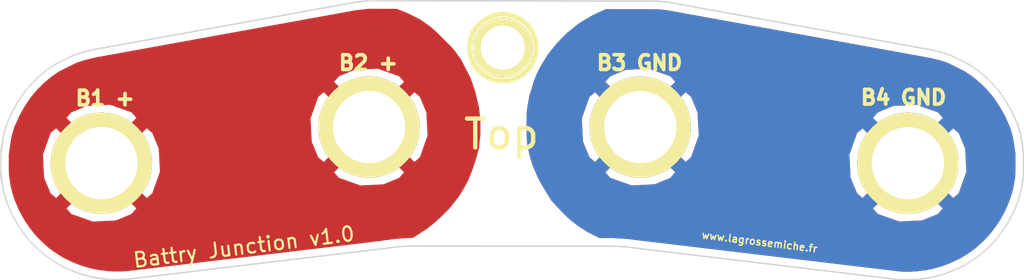
<source format=kicad_pcb>
(kicad_pcb (version 3) (host pcbnew "(2013-07-07 BZR 4022)-stable")

  (general
    (links 4)
    (no_connects 2)
    (area 65.737499 121.313 136.550001 144.05)
    (thickness 1.6)
    (drawings 115)
    (tracks 0)
    (zones 0)
    (modules 5)
    (nets 2)
  )

  (page A3)
  (layers
    (15 F.Cu signal)
    (0 B.Cu signal)
    (16 B.Adhes user hide)
    (17 F.Adhes user hide)
    (18 B.Paste user hide)
    (19 F.Paste user hide)
    (20 B.SilkS user)
    (21 F.SilkS user)
    (22 B.Mask user hide)
    (23 F.Mask user hide)
    (24 Dwgs.User user hide)
    (25 Cmts.User user hide)
    (26 Eco1.User user hide)
    (27 Eco2.User user)
    (28 Edge.Cuts user)
  )

  (setup
    (last_trace_width 0.254)
    (trace_clearance 0.254)
    (zone_clearance 0.508)
    (zone_45_only no)
    (trace_min 0.254)
    (segment_width 0.2)
    (edge_width 0.1)
    (via_size 0.889)
    (via_drill 0.635)
    (via_min_size 0.889)
    (via_min_drill 0.508)
    (uvia_size 0.508)
    (uvia_drill 0.127)
    (uvias_allowed no)
    (uvia_min_size 0.508)
    (uvia_min_drill 0.127)
    (pcb_text_width 0.3)
    (pcb_text_size 1.5 1.5)
    (mod_edge_width 0.15)
    (mod_text_size 1 1)
    (mod_text_width 0.15)
    (pad_size 3 4)
    (pad_drill 0)
    (pad_to_mask_clearance 0)
    (aux_axis_origin 72.75 133.25)
    (visible_elements 7FFFFFFF)
    (pcbplotparams
      (layerselection 284196865)
      (usegerberextensions true)
      (excludeedgelayer false)
      (linewidth 0.150000)
      (plotframeref false)
      (viasonmask false)
      (mode 1)
      (useauxorigin true)
      (hpglpennumber 1)
      (hpglpenspeed 20)
      (hpglpendiameter 15)
      (hpglpenoverlay 2)
      (psnegative false)
      (psa4output false)
      (plotreference true)
      (plotvalue true)
      (plotothertext true)
      (plotinvisibletext false)
      (padsonsilk false)
      (subtractmaskfromsilk false)
      (outputformat 1)
      (mirror false)
      (drillshape 0)
      (scaleselection 1)
      (outputdirectory gerber/))
  )

  (net 0 "")
  (net 1 GND)

  (net_class Default "This is the default net class."
    (clearance 0.254)
    (trace_width 0.254)
    (via_dia 0.889)
    (via_drill 0.635)
    (uvia_dia 0.508)
    (uvia_drill 0.127)
    (add_net "")
    (add_net GND)
  )

  (module 1pin (layer F.Cu) (tedit 53172AED) (tstamp 52583440)
    (at 91.25 130.75)
    (descr "module 1 pin (ou trou mecanique de percage)")
    (tags DEV)
    (path /5257E8D2)
    (fp_text reference "B2 +" (at -0.05 -4.45) (layer F.SilkS)
      (effects (font (size 1.016 1.016) (thickness 0.254)))
    )
    (fp_text value CONN_1 (at 0 2.794) (layer F.SilkS) hide
      (effects (font (size 1.016 1.016) (thickness 0.254)))
    )
    (fp_circle (center 0 0) (end 0 -2.286) (layer F.SilkS) (width 0.381))
    (pad 1 thru_hole circle (at 0 0) (size 7 7) (drill 5)
      (layers *.Cu *.Mask F.SilkS)
      (net 1 GND)
    )
  )

  (module 1pin (layer F.Cu) (tedit 53172AF7) (tstamp 52583446)
    (at 72.75 133.25)
    (descr "module 1 pin (ou trou mecanique de percage)")
    (tags DEV)
    (path /5257E8E1)
    (fp_text reference "B1 +" (at 0.25 -4.5) (layer F.SilkS)
      (effects (font (size 1.016 1.016) (thickness 0.254)))
    )
    (fp_text value CONN_1 (at 0 2.794) (layer F.SilkS) hide
      (effects (font (size 1.016 1.016) (thickness 0.254)))
    )
    (fp_circle (center 0 0) (end 0 -2.286) (layer F.SilkS) (width 0.381))
    (pad 1 thru_hole circle (at 0 0) (size 7 7) (drill 5)
      (layers *.Cu *.Mask F.SilkS)
      (net 1 GND)
    )
  )

  (module 1pin (layer F.Cu) (tedit 53172B1F) (tstamp 5258344C)
    (at 110 130.75)
    (descr "module 1 pin (ou trou mecanique de percage)")
    (tags DEV)
    (path /5257E8F0)
    (fp_text reference "B3 GND" (at -0.05 -4.45) (layer F.SilkS)
      (effects (font (size 1.016 1.016) (thickness 0.254)))
    )
    (fp_text value CONN_1 (at 0 2.794) (layer F.SilkS) hide
      (effects (font (size 1.016 1.016) (thickness 0.254)))
    )
    (fp_circle (center 0 0) (end 0 -2.286) (layer F.SilkS) (width 0.381))
    (pad 1 thru_hole circle (at 0 0) (size 7 7) (drill 5)
      (layers *.Cu *.Mask F.SilkS)
      (net 1 GND)
    )
  )

  (module 1pin (layer F.Cu) (tedit 53172C3C) (tstamp 52583452)
    (at 128.5 133.25)
    (descr "module 1 pin (ou trou mecanique de percage)")
    (tags DEV)
    (path /5257E8FF)
    (fp_text reference "B4 GND" (at -0.3 -4.55) (layer F.SilkS)
      (effects (font (size 1.016 1.016) (thickness 0.254)))
    )
    (fp_text value CONN_1 (at 0 2.794) (layer F.SilkS) hide
      (effects (font (size 1.016 1.016) (thickness 0.254)))
    )
    (fp_circle (center 0 0) (end 0 -2.286) (layer F.SilkS) (width 0.381))
    (pad 1 thru_hole circle (at 0 0) (size 7 7) (drill 5)
      (layers *.Cu *.Mask F.SilkS)
      (net 1 GND)
    )
  )

  (module 1pin (layer F.Cu) (tedit 531725EB) (tstamp 525834E8)
    (at 100.5 125.25)
    (descr "module 1 pin (ou trou mecanique de percage)")
    (tags DEV)
    (path /5257EBE6)
    (fp_text reference P5 (at 0 -3.048) (layer F.SilkS) hide
      (effects (font (size 1.016 1.016) (thickness 0.254)))
    )
    (fp_text value CONN_1 (at 0 2.794) (layer F.SilkS) hide
      (effects (font (size 1.016 1.016) (thickness 0.254)))
    )
    (fp_circle (center 0 0) (end 0 -2.286) (layer F.SilkS) (width 0.381))
    (pad 1 thru_hole circle (at 0 0) (size 4.064 4.064) (drill 3.048)
      (layers *.Cu *.Mask F.SilkS)
      (net 1 GND)
    )
  )

  (gr_text www.lagrossemiche.fr (at 118.25 138.7 353) (layer F.SilkS)
    (effects (font (size 0.5 0.5) (thickness 0.1)))
  )
  (gr_text "Battry Junction v1.0" (at 82.6 139.05 7) (layer F.SilkS)
    (effects (font (size 1 1) (thickness 0.15)))
  )
  (gr_text "Top\nBattry Junction v1.0\nLagrossemiche" (at 97.1 138.05) (layer Dwgs.User)
    (effects (font (size 1.5 1.5) (thickness 0.3)))
  )
  (gr_text Top (at 100.4 131.25) (layer F.SilkS)
    (effects (font (size 2 2) (thickness 0.3)))
  )
  (gr_line (start 94.14 138.99) (end 108.16 139) (angle 90) (layer Edge.Cuts) (width 0.1))
  (gr_line (start 91.125 122) (end 90.39 122.09) (angle 90) (layer Edge.Cuts) (width 0.1))
  (gr_line (start 111.15 122.025) (end 91.125 122) (angle 90) (layer Edge.Cuts) (width 0.1))
  (gr_line (start 90.3875 122.0875) (end 72.1875 125.3875) (angle 90) (layer Edge.Cuts) (width 0.1) (tstamp 5317020E))
  (gr_line (start 72.1875 125.3875) (end 71.3875 125.5875) (angle 90) (layer Edge.Cuts) (width 0.1) (tstamp 5317020D))
  (gr_line (start 71.3875 125.5875) (end 70.7875 125.7875) (angle 90) (layer Edge.Cuts) (width 0.1) (tstamp 5317020C))
  (gr_line (start 70.7875 125.7875) (end 70.1875 126.0875) (angle 90) (layer Edge.Cuts) (width 0.1) (tstamp 5317020B))
  (gr_line (start 70.1875 126.0875) (end 69.5875 126.3875) (angle 90) (layer Edge.Cuts) (width 0.1) (tstamp 5317020A))
  (gr_line (start 69.5875 126.3875) (end 68.9875 126.7875) (angle 90) (layer Edge.Cuts) (width 0.1) (tstamp 53170209))
  (gr_line (start 68.9875 126.7875) (end 68.3875 127.2875) (angle 90) (layer Edge.Cuts) (width 0.1) (tstamp 53170208))
  (gr_line (start 68.3875 127.2875) (end 67.8875 127.7875) (angle 90) (layer Edge.Cuts) (width 0.1) (tstamp 53170207))
  (gr_line (start 67.8875 127.7875) (end 67.3875 128.3875) (angle 90) (layer Edge.Cuts) (width 0.1) (tstamp 53170206))
  (gr_line (start 67.3875 128.3875) (end 66.9875 128.9875) (angle 90) (layer Edge.Cuts) (width 0.1) (tstamp 53170205))
  (gr_line (start 66.9875 128.9875) (end 66.5875 129.6875) (angle 90) (layer Edge.Cuts) (width 0.1) (tstamp 53170204))
  (gr_line (start 66.5875 129.6875) (end 66.1875 130.5875) (angle 90) (layer Edge.Cuts) (width 0.1) (tstamp 53170203))
  (gr_line (start 66.1875 130.5875) (end 65.9875 131.2875) (angle 90) (layer Edge.Cuts) (width 0.1) (tstamp 53170202))
  (gr_line (start 65.9875 131.2875) (end 65.8875 131.8875) (angle 90) (layer Edge.Cuts) (width 0.1) (tstamp 53170201))
  (gr_line (start 65.8875 131.8875) (end 65.7875 132.5875) (angle 90) (layer Edge.Cuts) (width 0.1) (tstamp 53170200))
  (gr_line (start 65.7875 132.5875) (end 65.7875 133.7875) (angle 90) (layer Edge.Cuts) (width 0.1) (tstamp 531701FF))
  (gr_line (start 65.7875 133.7875) (end 65.8125 134.2375) (angle 90) (layer Edge.Cuts) (width 0.1) (tstamp 531701FE))
  (gr_line (start 65.8125 134.2375) (end 65.8625 134.5625) (angle 90) (layer Edge.Cuts) (width 0.1) (tstamp 531701FD))
  (gr_line (start 65.8625 134.5625) (end 65.9125 134.8625) (angle 90) (layer Edge.Cuts) (width 0.1) (tstamp 531701FC))
  (gr_line (start 65.9125 134.8625) (end 65.9875 135.2125) (angle 90) (layer Edge.Cuts) (width 0.1) (tstamp 531701FB))
  (gr_line (start 65.9875 135.2125) (end 66.0625 135.4875) (angle 90) (layer Edge.Cuts) (width 0.1) (tstamp 531701FA))
  (gr_line (start 66.0625 135.4875) (end 66.1875 135.8875) (angle 90) (layer Edge.Cuts) (width 0.1) (tstamp 531701F9))
  (gr_line (start 66.1875 135.8875) (end 66.3125 136.2125) (angle 90) (layer Edge.Cuts) (width 0.1) (tstamp 531701F8))
  (gr_line (start 66.3125 136.2125) (end 66.3875 136.3875) (angle 90) (layer Edge.Cuts) (width 0.1) (tstamp 531701F7))
  (gr_line (start 66.3875 136.3875) (end 66.5375 136.7375) (angle 90) (layer Edge.Cuts) (width 0.1) (tstamp 531701F6))
  (gr_line (start 66.5375 136.7375) (end 66.7375 137.1125) (angle 90) (layer Edge.Cuts) (width 0.1) (tstamp 531701F5))
  (gr_line (start 66.7375 137.1125) (end 66.8625 137.3375) (angle 90) (layer Edge.Cuts) (width 0.1) (tstamp 531701F4))
  (gr_line (start 66.8625 137.3375) (end 67.0125 137.5875) (angle 90) (layer Edge.Cuts) (width 0.1) (tstamp 531701F3))
  (gr_line (start 67.0125 137.5875) (end 67.1875 137.8375) (angle 90) (layer Edge.Cuts) (width 0.1) (tstamp 531701F2))
  (gr_line (start 67.1875 137.8375) (end 67.2875 137.9875) (angle 90) (layer Edge.Cuts) (width 0.1) (tstamp 531701F1))
  (gr_line (start 67.2875 137.9875) (end 67.4375 138.1875) (angle 90) (layer Edge.Cuts) (width 0.1) (tstamp 531701F0))
  (gr_line (start 67.4375 138.1875) (end 67.6625 138.4875) (angle 90) (layer Edge.Cuts) (width 0.1) (tstamp 531701EF))
  (gr_line (start 67.6625 138.4875) (end 67.9875 138.8375) (angle 90) (layer Edge.Cuts) (width 0.1) (tstamp 531701EE))
  (gr_line (start 67.9875 138.8375) (end 68.2375 139.0875) (angle 90) (layer Edge.Cuts) (width 0.1) (tstamp 531701ED))
  (gr_line (start 68.2375 139.0875) (end 68.5125 139.3375) (angle 90) (layer Edge.Cuts) (width 0.1) (tstamp 531701EC))
  (gr_line (start 68.5125 139.3375) (end 68.7875 139.5875) (angle 90) (layer Edge.Cuts) (width 0.1) (tstamp 531701EB))
  (gr_line (start 68.7875 139.5875) (end 69.2125 139.8875) (angle 90) (layer Edge.Cuts) (width 0.1) (tstamp 531701EA))
  (gr_line (start 69.2125 139.8875) (end 69.5125 140.0875) (angle 90) (layer Edge.Cuts) (width 0.1) (tstamp 531701E9))
  (gr_line (start 69.5125 140.0875) (end 69.8875 140.3125) (angle 90) (layer Edge.Cuts) (width 0.1) (tstamp 531701E8))
  (gr_line (start 69.8875 140.3125) (end 70.2375 140.4875) (angle 90) (layer Edge.Cuts) (width 0.1) (tstamp 531701E7))
  (gr_line (start 70.2375 140.4875) (end 70.6875 140.6875) (angle 90) (layer Edge.Cuts) (width 0.1) (tstamp 531701E6))
  (gr_line (start 70.6875 140.6875) (end 71.1375 140.8625) (angle 90) (layer Edge.Cuts) (width 0.1) (tstamp 531701E5))
  (gr_line (start 71.1375 140.8625) (end 71.5375 140.9875) (angle 90) (layer Edge.Cuts) (width 0.1) (tstamp 531701E4))
  (gr_line (start 71.5375 140.9875) (end 72.0125 141.1125) (angle 90) (layer Edge.Cuts) (width 0.1) (tstamp 531701E3))
  (gr_line (start 72.0125 141.1125) (end 72.3875 141.1875) (angle 90) (layer Edge.Cuts) (width 0.1) (tstamp 531701E2))
  (gr_line (start 72.3875 141.1875) (end 72.7375 141.2375) (angle 90) (layer Edge.Cuts) (width 0.1) (tstamp 531701E1))
  (gr_line (start 72.7375 141.2375) (end 73.1625 141.2875) (angle 90) (layer Edge.Cuts) (width 0.1) (tstamp 531701E0))
  (gr_line (start 73.1625 141.2875) (end 73.5875 141.3125) (angle 90) (layer Edge.Cuts) (width 0.1) (tstamp 531701DF))
  (gr_line (start 73.5875 141.3125) (end 74.1125 141.3125) (angle 90) (layer Edge.Cuts) (width 0.1) (tstamp 531701DE))
  (gr_line (start 74.1125 141.3125) (end 74.5375 141.2875) (angle 90) (layer Edge.Cuts) (width 0.1) (tstamp 531701DD))
  (gr_line (start 74.5375 141.2875) (end 92.2625 139.1625) (angle 90) (layer Edge.Cuts) (width 0.1) (tstamp 531701DC))
  (gr_line (start 92.2625 139.1625) (end 93.2625 139.0375) (angle 90) (layer Edge.Cuts) (width 0.1) (tstamp 531701DB))
  (gr_line (start 93.2625 139.0375) (end 94.1375 138.9875) (angle 90) (layer Edge.Cuts) (width 0.1) (tstamp 531701DA))
  (gr_line (start 111.925 122.1) (end 111.15 122.025) (angle 90) (layer Edge.Cuts) (width 0.1))
  (gr_line (start 109.025 139.05) (end 108.15 139) (angle 90) (layer Edge.Cuts) (width 0.1))
  (gr_line (start 110.025 139.175) (end 109.025 139.05) (angle 90) (layer Edge.Cuts) (width 0.1))
  (gr_line (start 127.75 141.3) (end 110.025 139.175) (angle 90) (layer Edge.Cuts) (width 0.1))
  (gr_line (start 128.175 141.325) (end 127.75 141.3) (angle 90) (layer Edge.Cuts) (width 0.1))
  (gr_line (start 128.7 141.325) (end 128.175 141.325) (angle 90) (layer Edge.Cuts) (width 0.1))
  (gr_line (start 129.125 141.3) (end 128.7 141.325) (angle 90) (layer Edge.Cuts) (width 0.1))
  (gr_line (start 129.55 141.25) (end 129.125 141.3) (angle 90) (layer Edge.Cuts) (width 0.1))
  (gr_line (start 129.9 141.2) (end 129.55 141.25) (angle 90) (layer Edge.Cuts) (width 0.1))
  (gr_line (start 130.275 141.125) (end 129.9 141.2) (angle 90) (layer Edge.Cuts) (width 0.1))
  (gr_line (start 130.75 141) (end 130.275 141.125) (angle 90) (layer Edge.Cuts) (width 0.1))
  (gr_line (start 131.15 140.875) (end 130.75 141) (angle 90) (layer Edge.Cuts) (width 0.1))
  (gr_line (start 131.6 140.7) (end 131.15 140.875) (angle 90) (layer Edge.Cuts) (width 0.1))
  (gr_line (start 132.05 140.5) (end 131.6 140.7) (angle 90) (layer Edge.Cuts) (width 0.1))
  (gr_line (start 132.4 140.325) (end 132.05 140.5) (angle 90) (layer Edge.Cuts) (width 0.1))
  (gr_line (start 132.775 140.1) (end 132.4 140.325) (angle 90) (layer Edge.Cuts) (width 0.1))
  (gr_line (start 133.075 139.9) (end 132.775 140.1) (angle 90) (layer Edge.Cuts) (width 0.1))
  (gr_line (start 133.5 139.6) (end 133.075 139.9) (angle 90) (layer Edge.Cuts) (width 0.1))
  (gr_line (start 133.775 139.35) (end 133.5 139.6) (angle 90) (layer Edge.Cuts) (width 0.1))
  (gr_line (start 134.05 139.1) (end 133.775 139.35) (angle 90) (layer Edge.Cuts) (width 0.1))
  (gr_line (start 134.3 138.85) (end 134.05 139.1) (angle 90) (layer Edge.Cuts) (width 0.1))
  (gr_line (start 134.625 138.5) (end 134.3 138.85) (angle 90) (layer Edge.Cuts) (width 0.1))
  (gr_line (start 134.85 138.2) (end 134.625 138.5) (angle 90) (layer Edge.Cuts) (width 0.1))
  (gr_line (start 135 138) (end 134.85 138.2) (angle 90) (layer Edge.Cuts) (width 0.1))
  (gr_line (start 135.1 137.85) (end 135 138) (angle 90) (layer Edge.Cuts) (width 0.1))
  (gr_line (start 135.275 137.6) (end 135.1 137.85) (angle 90) (layer Edge.Cuts) (width 0.1))
  (gr_line (start 135.425 137.35) (end 135.275 137.6) (angle 90) (layer Edge.Cuts) (width 0.1))
  (gr_line (start 135.55 137.125) (end 135.425 137.35) (angle 90) (layer Edge.Cuts) (width 0.1))
  (gr_line (start 135.75 136.75) (end 135.55 137.125) (angle 90) (layer Edge.Cuts) (width 0.1))
  (gr_line (start 135.9 136.4) (end 135.75 136.75) (angle 90) (layer Edge.Cuts) (width 0.1))
  (gr_line (start 135.975 136.225) (end 135.9 136.4) (angle 90) (layer Edge.Cuts) (width 0.1))
  (gr_line (start 136.1 135.9) (end 135.975 136.225) (angle 90) (layer Edge.Cuts) (width 0.1))
  (gr_line (start 136.225 135.5) (end 136.1 135.9) (angle 90) (layer Edge.Cuts) (width 0.1))
  (gr_line (start 136.3 135.225) (end 136.225 135.5) (angle 90) (layer Edge.Cuts) (width 0.1))
  (gr_line (start 136.375 134.875) (end 136.3 135.225) (angle 90) (layer Edge.Cuts) (width 0.1))
  (gr_line (start 136.425 134.575) (end 136.375 134.875) (angle 90) (layer Edge.Cuts) (width 0.1))
  (gr_line (start 136.475 134.25) (end 136.425 134.575) (angle 90) (layer Edge.Cuts) (width 0.1))
  (gr_line (start 136.5 133.8) (end 136.475 134.25) (angle 90) (layer Edge.Cuts) (width 0.1))
  (gr_line (start 136.5 132.6) (end 136.5 133.8) (angle 90) (layer Edge.Cuts) (width 0.1))
  (gr_line (start 136.4 131.9) (end 136.5 132.6) (angle 90) (layer Edge.Cuts) (width 0.1))
  (gr_line (start 136.3 131.3) (end 136.4 131.9) (angle 90) (layer Edge.Cuts) (width 0.1))
  (gr_line (start 136.1 130.6) (end 136.3 131.3) (angle 90) (layer Edge.Cuts) (width 0.1))
  (gr_line (start 135.7 129.7) (end 136.1 130.6) (angle 90) (layer Edge.Cuts) (width 0.1))
  (gr_line (start 135.3 129) (end 135.7 129.7) (angle 90) (layer Edge.Cuts) (width 0.1))
  (gr_line (start 134.9 128.4) (end 135.3 129) (angle 90) (layer Edge.Cuts) (width 0.1))
  (gr_line (start 134.4 127.8) (end 134.9 128.4) (angle 90) (layer Edge.Cuts) (width 0.1))
  (gr_line (start 133.9 127.3) (end 134.4 127.8) (angle 90) (layer Edge.Cuts) (width 0.1))
  (gr_line (start 133.3 126.8) (end 133.9 127.3) (angle 90) (layer Edge.Cuts) (width 0.1))
  (gr_line (start 132.7 126.4) (end 133.3 126.8) (angle 90) (layer Edge.Cuts) (width 0.1))
  (gr_line (start 132.1 126.1) (end 132.7 126.4) (angle 90) (layer Edge.Cuts) (width 0.1))
  (gr_line (start 131.5 125.8) (end 132.1 126.1) (angle 90) (layer Edge.Cuts) (width 0.1))
  (gr_line (start 130.9 125.6) (end 131.5 125.8) (angle 90) (layer Edge.Cuts) (width 0.1))
  (gr_line (start 130.1 125.4) (end 130.9 125.6) (angle 90) (layer Edge.Cuts) (width 0.1))
  (gr_line (start 111.9 122.1) (end 130.1 125.4) (angle 90) (layer Edge.Cuts) (width 0.1))
  (gr_circle (center 110 130.7) (end 110.6 135.7) (layer Dwgs.User) (width 0.2))

  (zone (net 1) (net_name GND) (layer F.Cu) (tstamp 53172166) (hatch edge 0.508)
    (connect_pads (clearance 0.508))
    (min_thickness 0.254)
    (fill (arc_segments 16) (thermal_gap 0.508) (thermal_bridge_width 1.016))
    (polygon
      (pts
        (xy 110.54 122) (xy 109.44 122.11) (xy 108.8 122.22) (xy 108.07 122.42) (xy 107.58 122.6)
        (xy 107.18 122.78) (xy 106.72 123) (xy 106.23 123.28) (xy 105.69 123.62) (xy 104.87 124.29)
        (xy 104.59 124.58) (xy 104.28 124.9) (xy 104.06 125.16) (xy 103.62 125.71) (xy 103.35 126.14)
        (xy 103.06 126.63) (xy 102.86 127.04) (xy 102.64 127.57) (xy 102.48 128.13) (xy 102.34 128.56)
        (xy 102.26 128.99) (xy 102.19 129.42) (xy 102.14 129.91) (xy 102.13 130.6) (xy 102.14 131.34)
        (xy 102.19 131.94) (xy 102.26 132.31) (xy 102.33 132.63) (xy 102.43 132.99) (xy 102.54 133.34)
        (xy 102.7 133.73) (xy 102.9 134.21) (xy 103.06 134.53) (xy 103.26 134.87) (xy 103.63 135.48)
        (xy 103.85 135.83) (xy 104.14 136.15) (xy 104.5 136.54) (xy 104.9 136.94) (xy 105.28 137.28)
        (xy 105.73 137.62) (xy 106.34 138.01) (xy 106.99 138.34) (xy 107.53 138.6) (xy 108.07 138.82)
        (xy 108.53 138.97) (xy 108.95 139.02) (xy 109.64 139.13) (xy 128.23 141.34) (xy 129.31 141.3)
        (xy 129.98 141.18) (xy 130.8 141) (xy 131.35 140.8) (xy 131.94 140.56) (xy 132.47 140.29)
        (xy 132.93 140) (xy 133.34 139.72) (xy 133.62 139.49) (xy 133.97 139.19) (xy 134.28 138.87)
        (xy 134.51 138.64) (xy 134.73 138.39) (xy 134.94 138.08) (xy 135.3 137.58) (xy 135.51 137.2)
        (xy 135.69 136.86) (xy 135.94 136.33) (xy 136.16 135.72) (xy 136.31 135.21) (xy 136.37 134.89)
        (xy 136.43 134.59) (xy 136.48 134.21) (xy 136.5 133.85) (xy 136.51 133.52) (xy 136.5 132.58)
        (xy 136.44 132.18) (xy 136.32 131.35) (xy 136.02 130.41) (xy 135.67 129.63) (xy 135.3 129)
        (xy 134.89 128.38) (xy 134.16 127.55) (xy 133.7 127.11) (xy 133.3 126.8) (xy 132.74 126.42)
        (xy 131.71 125.91) (xy 131.37 125.75) (xy 130.7 125.54) (xy 130.21 125.42) (xy 129.95 125.38)
        (xy 129.3 125.25) (xy 111.95 122.11) (xy 111.23 122.03) (xy 110.65 122.01)
      )
    )
    (filled_polygon
      (pts
        (xy 135.815 133.7837) (xy 135.793058 134.176155) (xy 135.747882 134.471386) (xy 135.74791 134.472023) (xy 135.70184 134.747324)
        (xy 135.633389 135.066618) (xy 135.565169 135.315988) (xy 135.453867 135.671151) (xy 135.340167 135.967351) (xy 135.270392 136.13015)
        (xy 135.270381 136.130199) (xy 135.130996 136.455407) (xy 134.945743 136.802357) (xy 134.945606 136.802806) (xy 134.829287 137.011789)
        (xy 134.699845 137.227217) (xy 134.538881 137.4571) (xy 134.535663 137.464413) (xy 134.530137 137.469949) (xy 134.439421 137.605971)
        (xy 134.302216 137.788712) (xy 134.301778 137.789623) (xy 134.097759 138.06135) (xy 133.806746 138.374517) (xy 133.579611 138.601652)
        (xy 133.31462 138.842775) (xy 133.313871 138.843227) (xy 133.069462 139.065621) (xy 132.68944 139.333698) (xy 132.671689 139.345536)
        (xy 132.671689 133.859708) (xy 132.587463 132.21686) (xy 132.120813 131.090267) (xy 131.625645 130.66317) (xy 131.08683 131.201985)
        (xy 131.08683 130.124355) (xy 130.659733 129.629187) (xy 129.109708 129.078311) (xy 127.46686 129.162537) (xy 126.340267 129.629187)
        (xy 125.91317 130.124355) (xy 128.5 132.711185) (xy 131.08683 130.124355) (xy 131.08683 131.201985) (xy 129.038815 133.25)
        (xy 131.625645 135.83683) (xy 132.120813 135.409733) (xy 132.671689 133.859708) (xy 132.671689 139.345536) (xy 132.413253 139.517892)
        (xy 132.072423 139.722683) (xy 131.763532 139.877365) (xy 131.344213 140.064057) (xy 131.08683 140.164406) (xy 131.08683 136.375645)
        (xy 128.5 133.788815) (xy 127.961185 134.32763) (xy 127.961185 133.25) (xy 125.374355 130.66317) (xy 124.879187 131.090267)
        (xy 124.328311 132.640292) (xy 124.412537 134.28314) (xy 124.879187 135.409733) (xy 125.374355 135.83683) (xy 127.961185 133.25)
        (xy 127.961185 134.32763) (xy 125.91317 136.375645) (xy 126.340267 136.870813) (xy 127.890292 137.421689) (xy 129.53314 137.337463)
        (xy 130.659733 136.870813) (xy 131.08683 136.375645) (xy 131.08683 140.164406) (xy 130.92751 140.226523) (xy 130.552982 140.343892)
        (xy 130.119768 140.457544) (xy 129.781274 140.525182) (xy 129.458804 140.571076) (xy 129.068975 140.61687) (xy 128.679674 140.64)
        (xy 128.191135 140.64) (xy 127.87048 140.62095) (xy 127.832452 140.608557) (xy 114.171689 138.979609) (xy 114.171689 131.359708)
        (xy 114.087463 129.71686) (xy 113.620813 128.590267) (xy 113.125645 128.16317) (xy 112.58683 128.701985) (xy 112.58683 127.624355)
        (xy 112.159733 127.129187) (xy 110.609708 126.578311) (xy 108.96686 126.662537) (xy 107.840267 127.129187) (xy 107.41317 127.624355)
        (xy 110 130.211185) (xy 112.58683 127.624355) (xy 112.58683 128.701985) (xy 110.538815 130.75) (xy 113.125645 133.33683)
        (xy 113.620813 132.909733) (xy 114.171689 131.359708) (xy 114.171689 138.979609) (xy 112.58683 138.790626) (xy 112.58683 133.875645)
        (xy 110 131.288815) (xy 109.461185 131.82763) (xy 109.461185 130.75) (xy 106.874355 128.16317) (xy 106.379187 128.590267)
        (xy 105.828311 130.140292) (xy 105.912537 131.78314) (xy 106.379187 132.909733) (xy 106.874355 133.33683) (xy 109.461185 130.75)
        (xy 109.461185 131.82763) (xy 107.41317 133.875645) (xy 107.840267 134.370813) (xy 109.390292 134.921689) (xy 111.03314 134.837463)
        (xy 112.159733 134.370813) (xy 112.58683 133.875645) (xy 112.58683 138.790626) (xy 110.111763 138.495493) (xy 110.109721 138.494816)
        (xy 109.109667 138.370253) (xy 109.085332 138.372018) (xy 109.064405 138.366587) (xy 108.226827 138.318292) (xy 108.160003 138.305)
        (xy 107.210058 138.305) (xy 107.046299 138.226153) (xy 106.403106 137.899608) (xy 105.802596 137.515676) (xy 105.36076 137.181844)
        (xy 104.98731 136.847705) (xy 104.591598 136.451993) (xy 104.233715 136.064286) (xy 103.951591 135.752977) (xy 103.738061 135.413271)
        (xy 103.369031 134.804869) (xy 103.171658 134.469336) (xy 103.015548 134.157116) (xy 102.817364 133.681475) (xy 102.659542 133.296782)
        (xy 102.551796 132.953955) (xy 102.453312 132.599411) (xy 102.384451 132.284621) (xy 102.316013 131.922876) (xy 102.266929 131.333861)
        (xy 102.257012 130.600062) (xy 102.266906 129.91738) (xy 102.315959 129.436664) (xy 102.38512 129.01182) (xy 102.463336 128.591408)
        (xy 102.601477 128.167116) (xy 102.760103 127.611928) (xy 102.975825 127.092232) (xy 103.1719 126.69028) (xy 103.458443 126.206121)
        (xy 103.7237 125.783675) (xy 104.158079 125.240701) (xy 104.37419 124.985297) (xy 104.68129 124.66829) (xy 104.956159 124.383605)
        (xy 105.764293 123.7233) (xy 106.295368 123.388919) (xy 106.778981 123.112569) (xy 107.233463 122.895208) (xy 107.628014 122.71766)
        (xy 107.63846 122.713822) (xy 111.148789 122.719949) (xy 111.172299 122.715315) (xy 111.776283 122.773472) (xy 111.77752 122.773961)
        (xy 129.976202 126.081222) (xy 129.999208 126.08084) (xy 130.702291 126.256138) (xy 131.234769 126.433269) (xy 131.793102 126.712861)
        (xy 131.79512 126.713415) (xy 132.358036 126.995301) (xy 132.890469 127.350389) (xy 133.437033 127.805769) (xy 133.893642 128.262379)
        (xy 134.350757 128.811026) (xy 134.715951 129.358611) (xy 135.090674 130.01557) (xy 135.45324 130.829906) (xy 135.631568 131.455931)
        (xy 135.721883 131.995625) (xy 135.721834 131.996517) (xy 135.815 132.651136) (xy 135.815 133.7837)
      )
    )
  )
  (zone (net 1) (net_name GND) (layer B.Cu) (tstamp 53172166) (hatch edge 0.508)
    (connect_pads (clearance 0.508))
    (min_thickness 0.254)
    (fill (arc_segments 16) (thermal_gap 0.508) (thermal_bridge_width 1.016))
    (polygon
      (pts
        (xy 110.54 122) (xy 109.44 122.11) (xy 108.8 122.22) (xy 108.07 122.42) (xy 107.58 122.6)
        (xy 107.18 122.78) (xy 106.72 123) (xy 106.23 123.28) (xy 105.69 123.62) (xy 104.87 124.29)
        (xy 104.59 124.58) (xy 104.28 124.9) (xy 104.06 125.16) (xy 103.62 125.71) (xy 103.35 126.14)
        (xy 103.06 126.63) (xy 102.86 127.04) (xy 102.64 127.57) (xy 102.48 128.13) (xy 102.34 128.56)
        (xy 102.26 128.99) (xy 102.19 129.42) (xy 102.14 129.91) (xy 102.13 130.6) (xy 102.14 131.34)
        (xy 102.19 131.94) (xy 102.26 132.31) (xy 102.33 132.63) (xy 102.43 132.99) (xy 102.54 133.34)
        (xy 102.7 133.73) (xy 102.9 134.21) (xy 103.06 134.53) (xy 103.26 134.87) (xy 103.63 135.48)
        (xy 103.85 135.83) (xy 104.14 136.15) (xy 104.5 136.54) (xy 104.9 136.94) (xy 105.28 137.28)
        (xy 105.73 137.62) (xy 106.34 138.01) (xy 106.99 138.34) (xy 107.53 138.6) (xy 108.07 138.82)
        (xy 108.53 138.97) (xy 108.95 139.02) (xy 109.64 139.13) (xy 128.23 141.34) (xy 129.31 141.3)
        (xy 129.98 141.18) (xy 130.8 141) (xy 131.35 140.8) (xy 131.94 140.56) (xy 132.47 140.29)
        (xy 132.93 140) (xy 133.34 139.72) (xy 133.62 139.49) (xy 133.97 139.19) (xy 134.28 138.87)
        (xy 134.51 138.64) (xy 134.73 138.39) (xy 134.94 138.08) (xy 135.3 137.58) (xy 135.51 137.2)
        (xy 135.69 136.86) (xy 135.94 136.33) (xy 136.16 135.72) (xy 136.31 135.21) (xy 136.37 134.89)
        (xy 136.43 134.59) (xy 136.48 134.21) (xy 136.5 133.85) (xy 136.51 133.52) (xy 136.5 132.58)
        (xy 136.44 132.18) (xy 136.32 131.35) (xy 136.02 130.41) (xy 135.67 129.63) (xy 135.3 129)
        (xy 134.89 128.38) (xy 134.16 127.55) (xy 133.7 127.11) (xy 133.3 126.8) (xy 132.74 126.42)
        (xy 131.71 125.91) (xy 131.37 125.75) (xy 130.7 125.54) (xy 130.21 125.42) (xy 129.95 125.38)
        (xy 129.3 125.25) (xy 111.95 122.11) (xy 111.23 122.03) (xy 110.65 122.01)
      )
    )
    (filled_polygon
      (pts
        (xy 135.815 133.7837) (xy 135.793058 134.176155) (xy 135.747882 134.471386) (xy 135.74791 134.472023) (xy 135.70184 134.747324)
        (xy 135.633389 135.066618) (xy 135.565169 135.315988) (xy 135.453867 135.671151) (xy 135.340167 135.967351) (xy 135.270392 136.13015)
        (xy 135.270381 136.130199) (xy 135.130996 136.455407) (xy 134.945743 136.802357) (xy 134.945606 136.802806) (xy 134.829287 137.011789)
        (xy 134.699845 137.227217) (xy 134.538881 137.4571) (xy 134.535663 137.464413) (xy 134.530137 137.469949) (xy 134.439421 137.605971)
        (xy 134.302216 137.788712) (xy 134.301778 137.789623) (xy 134.097759 138.06135) (xy 133.806746 138.374517) (xy 133.579611 138.601652)
        (xy 133.31462 138.842775) (xy 133.313871 138.843227) (xy 133.069462 139.065621) (xy 132.68944 139.333698) (xy 132.671689 139.345536)
        (xy 132.671689 133.859708) (xy 132.587463 132.21686) (xy 132.120813 131.090267) (xy 131.625645 130.66317) (xy 131.08683 131.201985)
        (xy 131.08683 130.124355) (xy 130.659733 129.629187) (xy 129.109708 129.078311) (xy 127.46686 129.162537) (xy 126.340267 129.629187)
        (xy 125.91317 130.124355) (xy 128.5 132.711185) (xy 131.08683 130.124355) (xy 131.08683 131.201985) (xy 129.038815 133.25)
        (xy 131.625645 135.83683) (xy 132.120813 135.409733) (xy 132.671689 133.859708) (xy 132.671689 139.345536) (xy 132.413253 139.517892)
        (xy 132.072423 139.722683) (xy 131.763532 139.877365) (xy 131.344213 140.064057) (xy 131.08683 140.164406) (xy 131.08683 136.375645)
        (xy 128.5 133.788815) (xy 127.961185 134.32763) (xy 127.961185 133.25) (xy 125.374355 130.66317) (xy 124.879187 131.090267)
        (xy 124.328311 132.640292) (xy 124.412537 134.28314) (xy 124.879187 135.409733) (xy 125.374355 135.83683) (xy 127.961185 133.25)
        (xy 127.961185 134.32763) (xy 125.91317 136.375645) (xy 126.340267 136.870813) (xy 127.890292 137.421689) (xy 129.53314 137.337463)
        (xy 130.659733 136.870813) (xy 131.08683 136.375645) (xy 131.08683 140.164406) (xy 130.92751 140.226523) (xy 130.552982 140.343892)
        (xy 130.119768 140.457544) (xy 129.781274 140.525182) (xy 129.458804 140.571076) (xy 129.068975 140.61687) (xy 128.679674 140.64)
        (xy 128.191135 140.64) (xy 127.87048 140.62095) (xy 127.832452 140.608557) (xy 114.171689 138.979609) (xy 114.171689 131.359708)
        (xy 114.087463 129.71686) (xy 113.620813 128.590267) (xy 113.125645 128.16317) (xy 112.58683 128.701985) (xy 112.58683 127.624355)
        (xy 112.159733 127.129187) (xy 110.609708 126.578311) (xy 108.96686 126.662537) (xy 107.840267 127.129187) (xy 107.41317 127.624355)
        (xy 110 130.211185) (xy 112.58683 127.624355) (xy 112.58683 128.701985) (xy 110.538815 130.75) (xy 113.125645 133.33683)
        (xy 113.620813 132.909733) (xy 114.171689 131.359708) (xy 114.171689 138.979609) (xy 112.58683 138.790626) (xy 112.58683 133.875645)
        (xy 110 131.288815) (xy 109.461185 131.82763) (xy 109.461185 130.75) (xy 106.874355 128.16317) (xy 106.379187 128.590267)
        (xy 105.828311 130.140292) (xy 105.912537 131.78314) (xy 106.379187 132.909733) (xy 106.874355 133.33683) (xy 109.461185 130.75)
        (xy 109.461185 131.82763) (xy 107.41317 133.875645) (xy 107.840267 134.370813) (xy 109.390292 134.921689) (xy 111.03314 134.837463)
        (xy 112.159733 134.370813) (xy 112.58683 133.875645) (xy 112.58683 138.790626) (xy 110.111763 138.495493) (xy 110.109721 138.494816)
        (xy 109.109667 138.370253) (xy 109.085332 138.372018) (xy 109.064405 138.366587) (xy 108.226827 138.318292) (xy 108.160003 138.305)
        (xy 107.210058 138.305) (xy 107.046299 138.226153) (xy 106.403106 137.899608) (xy 105.802596 137.515676) (xy 105.36076 137.181844)
        (xy 104.98731 136.847705) (xy 104.591598 136.451993) (xy 104.233715 136.064286) (xy 103.951591 135.752977) (xy 103.738061 135.413271)
        (xy 103.369031 134.804869) (xy 103.171658 134.469336) (xy 103.015548 134.157116) (xy 102.817364 133.681475) (xy 102.659542 133.296782)
        (xy 102.551796 132.953955) (xy 102.453312 132.599411) (xy 102.384451 132.284621) (xy 102.316013 131.922876) (xy 102.266929 131.333861)
        (xy 102.257012 130.600062) (xy 102.266906 129.91738) (xy 102.315959 129.436664) (xy 102.38512 129.01182) (xy 102.463336 128.591408)
        (xy 102.601477 128.167116) (xy 102.760103 127.611928) (xy 102.975825 127.092232) (xy 103.1719 126.69028) (xy 103.458443 126.206121)
        (xy 103.7237 125.783675) (xy 104.158079 125.240701) (xy 104.37419 124.985297) (xy 104.68129 124.66829) (xy 104.956159 124.383605)
        (xy 105.764293 123.7233) (xy 106.295368 123.388919) (xy 106.778981 123.112569) (xy 107.233463 122.895208) (xy 107.628014 122.71766)
        (xy 107.63846 122.713822) (xy 111.148789 122.719949) (xy 111.172299 122.715315) (xy 111.776283 122.773472) (xy 111.77752 122.773961)
        (xy 129.976202 126.081222) (xy 129.999208 126.08084) (xy 130.702291 126.256138) (xy 131.234769 126.433269) (xy 131.793102 126.712861)
        (xy 131.79512 126.713415) (xy 132.358036 126.995301) (xy 132.890469 127.350389) (xy 133.437033 127.805769) (xy 133.893642 128.262379)
        (xy 134.350757 128.811026) (xy 134.715951 129.358611) (xy 135.090674 130.01557) (xy 135.45324 130.829906) (xy 135.631568 131.455931)
        (xy 135.721883 131.995625) (xy 135.721834 131.996517) (xy 135.815 132.651136) (xy 135.815 133.7837)
      )
    )
  )
  (zone (net 1) (net_name GND) (layer F.Cu) (tstamp 53172492) (hatch edge 0.508)
    (connect_pads (clearance 0.508))
    (min_thickness 0.254)
    (fill (arc_segments 16) (thermal_gap 0.508) (thermal_bridge_width 1.016))
    (polygon
      (pts
        (xy 98.95 131.25) (xy 98.85 132.2) (xy 98.65 132.95) (xy 98.35 133.85) (xy 98.1 134.45)
        (xy 97.75 135.1) (xy 97.4 135.65) (xy 96.8 136.4) (xy 96.25 136.95) (xy 95.75 137.4)
        (xy 95.25 137.8) (xy 94.4 138.35) (xy 93.4 138.95) (xy 93.295808 139.019461) (xy 88.3 139.65)
        (xy 88.300183 139.650825) (xy 74.4 141.3) (xy 73.05 141.3) (xy 72.15 141.15) (xy 71.4 140.95)
        (xy 70.7 140.7) (xy 69.4 140.05) (xy 68.9 139.7) (xy 68.35 139.2) (xy 67.85 138.7)
        (xy 67.35 138.1) (xy 66.9 137.4) (xy 66.4 136.5) (xy 66.1 135.6) (xy 65.85 134.55)
        (xy 65.8 134.05) (xy 65.8 132.55) (xy 65.9 131.85) (xy 66.05 131) (xy 66.25 130.4)
        (xy 66.6 129.65) (xy 67.1 128.8) (xy 67.35 128.45) (xy 67.75 127.95) (xy 68.1 127.55)
        (xy 68.9 126.85) (xy 69.5 126.45) (xy 70.15 126.1) (xy 70.85 125.75) (xy 71.35 125.6)
        (xy 71.9 125.45) (xy 72.7 125.3) (xy 73.95 125.05) (xy 89.9 122.15) (xy 90.8 122.05)
        (xy 91.5 122.05) (xy 92.1 122.2) (xy 92.75 122.4) (xy 93.9 122.85) (xy 94.8 123.3)
        (xy 95.5 123.8) (xy 95.95 124.2) (xy 96.95 125.2) (xy 97.2 125.5) (xy 97.6 126.05)
        (xy 98.25 127.3) (xy 98.6 128.3) (xy 98.85 129.4) (xy 98.95 130.3)
      )
    )
    (filled_polygon
      (pts
        (xy 98.823 131.243334) (xy 98.724735 132.176851) (xy 98.528289 132.913524) (xy 98.230985 133.805437) (xy 97.985193 134.395337)
        (xy 97.640372 135.035718) (xy 97.296541 135.576025) (xy 96.705224 136.315171) (xy 96.162559 136.857836) (xy 95.667783 137.303134)
        (xy 95.421689 137.500009) (xy 95.421689 131.359708) (xy 95.337463 129.71686) (xy 94.870813 128.590267) (xy 94.375645 128.16317)
        (xy 93.83683 128.701985) (xy 93.83683 127.624355) (xy 93.409733 127.129187) (xy 91.859708 126.578311) (xy 90.21686 126.662537)
        (xy 89.090267 127.129187) (xy 88.66317 127.624355) (xy 91.25 130.211185) (xy 93.83683 127.624355) (xy 93.83683 128.701985)
        (xy 91.788815 130.75) (xy 94.375645 133.33683) (xy 94.870813 132.909733) (xy 95.421689 131.359708) (xy 95.421689 137.500009)
        (xy 95.175648 137.696842) (xy 94.332814 138.242206) (xy 94.228157 138.305) (xy 94.14 138.305) (xy 94.128053 138.307376)
        (xy 94.098042 138.303185) (xy 93.83683 138.318246) (xy 93.83683 133.875645) (xy 91.25 131.288815) (xy 90.711185 131.82763)
        (xy 90.711185 130.75) (xy 88.124355 128.16317) (xy 87.629187 128.590267) (xy 87.078311 130.140292) (xy 87.162537 131.78314)
        (xy 87.629187 132.909733) (xy 88.124355 133.33683) (xy 90.711185 130.75) (xy 90.711185 131.82763) (xy 88.66317 133.875645)
        (xy 89.090267 134.370813) (xy 90.640292 134.921689) (xy 92.28314 134.837463) (xy 93.409733 134.370813) (xy 93.83683 133.875645)
        (xy 93.83683 138.318246) (xy 93.223069 138.353636) (xy 93.199488 138.359756) (xy 93.177887 138.358189) (xy 92.177833 138.482753)
        (xy 92.124114 138.50057) (xy 76.921689 140.313349) (xy 76.921689 133.859708) (xy 76.837463 132.21686) (xy 76.370813 131.090267)
        (xy 75.875645 130.66317) (xy 75.33683 131.201985) (xy 75.33683 130.124355) (xy 74.909733 129.629187) (xy 73.359708 129.078311)
        (xy 71.71686 129.162537) (xy 70.590267 129.629187) (xy 70.16317 130.124355) (xy 72.75 132.711185) (xy 75.33683 130.124355)
        (xy 75.33683 131.201985) (xy 73.288815 133.25) (xy 75.875645 135.83683) (xy 76.370813 135.409733) (xy 76.921689 133.859708)
        (xy 76.921689 140.313349) (xy 75.33683 140.502332) (xy 75.33683 136.375645) (xy 72.75 133.788815) (xy 72.211185 134.32763)
        (xy 72.211185 133.25) (xy 69.624355 130.66317) (xy 69.129187 131.090267) (xy 68.578311 132.640292) (xy 68.662537 134.28314)
        (xy 69.129187 135.409733) (xy 69.624355 135.83683) (xy 72.211185 133.25) (xy 72.211185 134.32763) (xy 70.16317 136.375645)
        (xy 70.590267 136.870813) (xy 72.140292 137.421689) (xy 73.78314 137.337463) (xy 74.909733 136.870813) (xy 75.33683 136.375645)
        (xy 75.33683 140.502332) (xy 74.480758 140.604413) (xy 74.092174 140.6275) (xy 73.603635 140.6275) (xy 73.224102 140.604952)
        (xy 72.833273 140.55904) (xy 72.504139 140.512197) (xy 72.17284 140.445997) (xy 71.720045 140.32721) (xy 71.358744 140.213984)
        (xy 70.944994 140.052671) (xy 70.525503 139.8659) (xy 70.214518 139.710171) (xy 69.878004 139.507972) (xy 69.605103 139.32597)
        (xy 69.215956 139.051458) (xy 68.973514 138.830853) (xy 68.972765 138.830402) (xy 68.710449 138.591713) (xy 68.484153 138.365417)
        (xy 68.190012 138.048884) (xy 67.98568 137.77674) (xy 67.985389 137.776133) (xy 67.847104 137.591955) (xy 67.757389 137.457432)
        (xy 67.751883 137.451916) (xy 67.748653 137.444575) (xy 67.588855 137.21636) (xy 67.458679 136.99971) (xy 67.342072 136.790209)
        (xy 67.341937 136.789761) (xy 67.155614 136.440809) (xy 67.017116 136.11767) (xy 67.017112 136.117648) (xy 66.944952 135.949286)
        (xy 66.836632 135.667104) (xy 66.721729 135.300444) (xy 66.653423 135.050759) (xy 66.586463 134.738415) (xy 66.538106 134.449442)
        (xy 66.537768 134.44855) (xy 66.494845 134.168046) (xy 66.4725 133.768364) (xy 66.4725 132.635998) (xy 66.562834 132.001274)
        (xy 66.563106 132.000558) (xy 66.657767 131.43488) (xy 66.83134 130.825548) (xy 67.202621 129.991635) (xy 67.565639 129.355196)
        (xy 67.937889 128.79703) (xy 68.393269 128.250466) (xy 68.849879 127.793857) (xy 69.398526 127.336742) (xy 69.931309 126.98142)
        (xy 70.492192 126.700551) (xy 70.494215 126.699996) (xy 71.04759 126.422886) (xy 71.583622 126.244571) (xy 72.339709 126.056058)
        (xy 90.437156 122.767194) (xy 90.473481 122.769894) (xy 91.164318 122.685069) (xy 93.138799 122.688515) (xy 93.848357 122.966169)
        (xy 94.734291 123.409136) (xy 95.42068 123.899414) (xy 95.862836 124.292442) (xy 96.856124 125.285729) (xy 97.099754 125.578085)
        (xy 97.491705 126.117017) (xy 98.133132 127.35053) (xy 98.477753 128.335163) (xy 98.724569 129.421153) (xy 98.823 130.307034)
        (xy 98.823 131.243334)
      )
    )
  )
)

</source>
